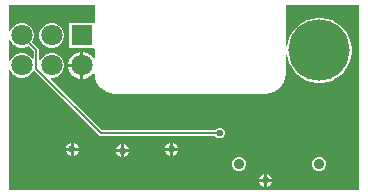
<source format=gbl>
G04*
G04 #@! TF.GenerationSoftware,Altium Limited,Altium Designer,22.11.1 (43)*
G04*
G04 Layer_Physical_Order=2*
G04 Layer_Color=16711680*
%FSLAX25Y25*%
%MOIN*%
G70*
G04*
G04 #@! TF.SameCoordinates,88FEEC96-C8F5-481B-BEC2-3E2380618A1E*
G04*
G04*
G04 #@! TF.FilePolarity,Positive*
G04*
G01*
G75*
%ADD12C,0.00591*%
%ADD26C,0.03543*%
%ADD27C,0.07087*%
%ADD28R,0.07087X0.07087*%
%ADD29C,0.01181*%
%ADD30C,0.20472*%
%ADD31C,0.02362*%
G36*
X-103025Y3404D02*
X-102481Y2462D01*
X-101711Y1692D01*
X-100769Y1148D01*
X-99717Y866D01*
X-98629D01*
X-97578Y1148D01*
X-96957Y1506D01*
X-95195Y-256D01*
Y-2624D01*
X-95695Y-2758D01*
X-95865Y-2462D01*
X-96635Y-1692D01*
X-97578Y-1148D01*
X-98629Y-866D01*
X-99717D01*
X-100769Y-1148D01*
X-101711Y-1692D01*
X-102481Y-2462D01*
X-103025Y-3404D01*
X-103025Y-3405D01*
X-103525Y-3339D01*
Y3339D01*
X-103025Y3405D01*
X-103025Y3404D01*
D02*
G37*
G36*
X-74821Y9543D02*
X-75039Y9134D01*
X-75321Y9134D01*
X-83307D01*
Y866D01*
X-75321D01*
X-75039Y866D01*
X-74821Y457D01*
Y-2452D01*
X-75321Y-2586D01*
X-75538Y-2210D01*
X-76384Y-1364D01*
X-77420Y-766D01*
X-78575Y-457D01*
X-78673D01*
Y-5000D01*
Y-9543D01*
X-78575D01*
X-77420Y-9234D01*
X-76384Y-8636D01*
X-75538Y-7790D01*
X-75503Y-7730D01*
X-74924Y-7727D01*
X-74833Y-7877D01*
X-74708Y-9147D01*
X-74336Y-10371D01*
X-73733Y-11500D01*
X-72922Y-12489D01*
X-71933Y-13300D01*
X-70805Y-13903D01*
X-69580Y-14275D01*
X-68317Y-14399D01*
X-68317Y-14389D01*
X-68316Y-14388D01*
X-17712Y-14388D01*
X-17711Y-14389D01*
X-17711Y-14400D01*
X-16443Y-14275D01*
X-15219Y-13903D01*
X-14091Y-13300D01*
X-13102Y-12489D01*
X-12290Y-11500D01*
X-11687Y-10371D01*
X-11316Y-9147D01*
X-11191Y-7877D01*
X-11203Y-7874D01*
Y-1675D01*
X-10703Y-1636D01*
X-10560Y-2535D01*
X-10034Y-4156D01*
X-9260Y-5675D01*
X-8258Y-7053D01*
X-7053Y-8258D01*
X-5675Y-9260D01*
X-4156Y-10034D01*
X-2535Y-10560D01*
X-852Y-10827D01*
X852D01*
X2535Y-10560D01*
X4156Y-10034D01*
X5675Y-9260D01*
X7053Y-8258D01*
X8258Y-7053D01*
X9260Y-5675D01*
X10034Y-4156D01*
X10560Y-2535D01*
X10827Y-852D01*
Y852D01*
X10560Y2535D01*
X10034Y4156D01*
X9260Y5675D01*
X8258Y7053D01*
X7053Y8258D01*
X5675Y9260D01*
X4156Y10034D01*
X2535Y10560D01*
X852Y10827D01*
X-852D01*
X-2535Y10560D01*
X-4156Y10034D01*
X-5675Y9260D01*
X-7053Y8258D01*
X-8258Y7053D01*
X-9260Y5675D01*
X-10034Y4156D01*
X-10560Y2535D01*
X-10703Y1636D01*
X-11203Y1675D01*
Y15140D01*
X13368D01*
Y-46636D01*
X-103525Y-46636D01*
Y-6661D01*
X-103025Y-6595D01*
X-103025Y-6596D01*
X-102481Y-7538D01*
X-101711Y-8308D01*
X-100769Y-8852D01*
X-99717Y-9134D01*
X-98629D01*
X-97578Y-8852D01*
X-96635Y-8308D01*
X-95865Y-7538D01*
X-95477Y-6866D01*
X-95106Y-6810D01*
X-94886Y-6828D01*
X-73516Y-28198D01*
X-73224Y-28394D01*
X-72878Y-28462D01*
X-34811D01*
X-34770Y-28563D01*
X-34271Y-29061D01*
X-33620Y-29331D01*
X-32915D01*
X-32264Y-29061D01*
X-31766Y-28563D01*
X-31496Y-27911D01*
Y-27207D01*
X-31766Y-26555D01*
X-32264Y-26057D01*
X-32915Y-25787D01*
X-33620D01*
X-34271Y-26057D01*
X-34770Y-26555D01*
X-34811Y-26656D01*
X-72504D01*
X-89526Y-9634D01*
X-89319Y-9134D01*
X-88629D01*
X-87578Y-8852D01*
X-86635Y-8308D01*
X-85865Y-7538D01*
X-85321Y-6596D01*
X-85039Y-5544D01*
Y-4456D01*
X-85321Y-3404D01*
X-85865Y-2462D01*
X-86635Y-1692D01*
X-87578Y-1148D01*
X-88629Y-866D01*
X-89717D01*
X-90769Y-1148D01*
X-91711Y-1692D01*
X-92481Y-2462D01*
X-92888Y-3167D01*
X-93388Y-3033D01*
Y118D01*
X-93388Y118D01*
X-93457Y464D01*
X-93653Y757D01*
X-93653Y757D01*
X-95679Y2784D01*
X-95321Y3404D01*
X-95039Y4456D01*
Y5544D01*
X-95321Y6596D01*
X-95865Y7538D01*
X-96635Y8308D01*
X-97578Y8852D01*
X-98629Y9134D01*
X-99717D01*
X-100769Y8852D01*
X-101711Y8308D01*
X-102481Y7538D01*
X-103025Y6596D01*
X-103025Y6595D01*
X-103525Y6661D01*
Y15258D01*
X-74821D01*
Y9543D01*
D02*
G37*
%LPC*%
G36*
X-88629Y9134D02*
X-89717D01*
X-90769Y8852D01*
X-91711Y8308D01*
X-92481Y7538D01*
X-93025Y6596D01*
X-93307Y5544D01*
Y4456D01*
X-93025Y3404D01*
X-92481Y2462D01*
X-91711Y1692D01*
X-90769Y1148D01*
X-89717Y866D01*
X-88629D01*
X-87578Y1148D01*
X-86635Y1692D01*
X-85865Y2462D01*
X-85321Y3404D01*
X-85039Y4456D01*
Y5544D01*
X-85321Y6596D01*
X-85865Y7538D01*
X-86635Y8308D01*
X-87578Y8852D01*
X-88629Y9134D01*
D02*
G37*
G36*
X-79673Y-457D02*
X-79771D01*
X-80927Y-766D01*
X-81963Y-1364D01*
X-82809Y-2210D01*
X-83407Y-3246D01*
X-83716Y-4402D01*
Y-4500D01*
X-79673D01*
Y-457D01*
D02*
G37*
G36*
Y-5500D02*
X-83716D01*
Y-5598D01*
X-83407Y-6754D01*
X-82809Y-7790D01*
X-81963Y-8636D01*
X-80927Y-9234D01*
X-79771Y-9543D01*
X-79673D01*
Y-5500D01*
D02*
G37*
G36*
X-48713Y-30720D02*
Y-32374D01*
X-47059D01*
X-47363Y-31639D01*
X-47977Y-31025D01*
X-48713Y-30720D01*
D02*
G37*
G36*
X-49713D02*
X-50448Y-31025D01*
X-51062Y-31639D01*
X-51366Y-32374D01*
X-49713D01*
Y-30720D01*
D02*
G37*
G36*
X-81783D02*
Y-32374D01*
X-80130D01*
X-80434Y-31639D01*
X-81048Y-31025D01*
X-81783Y-30720D01*
D02*
G37*
G36*
X-82784D02*
X-83519Y-31025D01*
X-84132Y-31639D01*
X-84437Y-32374D01*
X-82784D01*
Y-30720D01*
D02*
G37*
G36*
X-65051Y-31311D02*
Y-32965D01*
X-63398D01*
X-63702Y-32229D01*
X-64316Y-31615D01*
X-65051Y-31311D01*
D02*
G37*
G36*
X-66051D02*
X-66787Y-31615D01*
X-67400Y-32229D01*
X-67705Y-32965D01*
X-66051D01*
Y-31311D01*
D02*
G37*
G36*
X-47059Y-33374D02*
X-48713D01*
Y-35028D01*
X-47977Y-34723D01*
X-47363Y-34110D01*
X-47059Y-33374D01*
D02*
G37*
G36*
X-49713D02*
X-51366D01*
X-51062Y-34110D01*
X-50448Y-34723D01*
X-49713Y-35028D01*
Y-33374D01*
D02*
G37*
G36*
X-80130D02*
X-81783D01*
Y-35028D01*
X-81048Y-34723D01*
X-80434Y-34110D01*
X-80130Y-33374D01*
D02*
G37*
G36*
X-82784D02*
X-84437D01*
X-84132Y-34110D01*
X-83519Y-34723D01*
X-82784Y-35028D01*
Y-33374D01*
D02*
G37*
G36*
X-63398Y-33965D02*
X-65051D01*
Y-35618D01*
X-64316Y-35314D01*
X-63702Y-34700D01*
X-63398Y-33965D01*
D02*
G37*
G36*
X-66051D02*
X-67705D01*
X-67400Y-34700D01*
X-66787Y-35314D01*
X-66051Y-35618D01*
Y-33965D01*
D02*
G37*
G36*
X470Y-35433D02*
X-470D01*
X-1338Y-35793D01*
X-2003Y-36457D01*
X-2362Y-37325D01*
Y-38265D01*
X-2003Y-39133D01*
X-1338Y-39798D01*
X-470Y-40157D01*
X470D01*
X1338Y-39798D01*
X2003Y-39133D01*
X2362Y-38265D01*
Y-37325D01*
X2003Y-36457D01*
X1338Y-35793D01*
X470Y-35433D01*
D02*
G37*
G36*
X-26302D02*
X-27242D01*
X-28110Y-35793D01*
X-28774Y-36457D01*
X-29134Y-37325D01*
Y-38265D01*
X-28774Y-39133D01*
X-28110Y-39798D01*
X-27242Y-40157D01*
X-26302D01*
X-25434Y-39798D01*
X-24769Y-39133D01*
X-24409Y-38265D01*
Y-37325D01*
X-24769Y-36457D01*
X-25434Y-35793D01*
X-26302Y-35433D01*
D02*
G37*
G36*
X-17413Y-41153D02*
Y-42807D01*
X-15760D01*
X-16064Y-42072D01*
X-16678Y-41458D01*
X-17413Y-41153D01*
D02*
G37*
G36*
X-18413D02*
X-19149Y-41458D01*
X-19762Y-42072D01*
X-20067Y-42807D01*
X-18413D01*
Y-41153D01*
D02*
G37*
G36*
X-15760Y-43807D02*
X-17413D01*
Y-45461D01*
X-16678Y-45156D01*
X-16064Y-44543D01*
X-15760Y-43807D01*
D02*
G37*
G36*
X-18413D02*
X-20067D01*
X-19762Y-44543D01*
X-19149Y-45156D01*
X-18413Y-45461D01*
Y-43807D01*
D02*
G37*
%LPD*%
D12*
X-99173Y5000D02*
X-94291Y118D01*
Y-6146D02*
Y118D01*
Y-6146D02*
X-72878Y-27559D01*
X-33268D01*
D26*
X-26772Y-37795D02*
D03*
X0D02*
D03*
D27*
X-99173Y-5000D02*
D03*
Y5000D02*
D03*
X-89173Y-5000D02*
D03*
Y5000D02*
D03*
X-79173Y-5000D02*
D03*
D28*
Y5000D02*
D03*
D29*
X5568Y-5568D02*
D03*
X0Y-7874D02*
D03*
X-5568Y-5568D02*
D03*
X-7874Y0D02*
D03*
X-5568Y5568D02*
D03*
X0Y7874D02*
D03*
X5568Y5568D02*
D03*
X7874Y0D02*
D03*
D30*
X0D02*
D03*
D31*
X-17913Y-43307D02*
D03*
X-33268Y-27559D02*
D03*
X-49213Y-32874D02*
D03*
X-65551Y-33465D02*
D03*
X-82284Y-32874D02*
D03*
M02*

</source>
